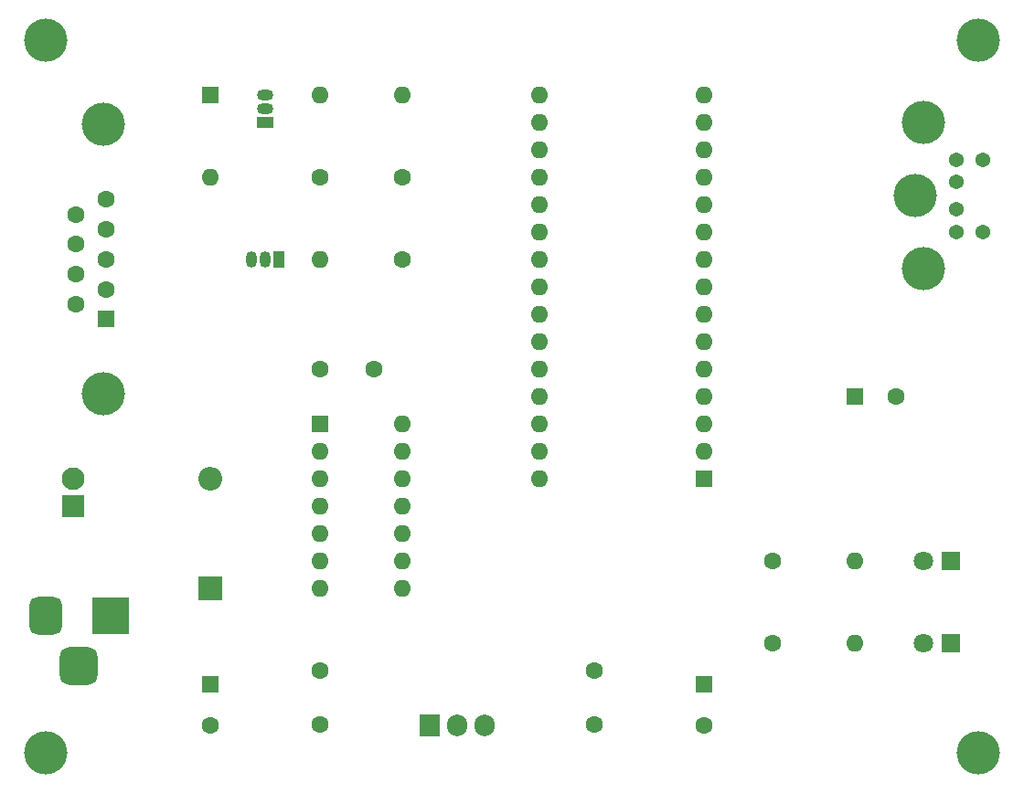
<source format=gbr>
%TF.GenerationSoftware,KiCad,Pcbnew,7.0.6*%
%TF.CreationDate,2023-08-10T21:44:00+02:00*%
%TF.ProjectId,ps2_mouse_to_serial_rev2,7073325f-6d6f-4757-9365-5f746f5f7365,rev?*%
%TF.SameCoordinates,Original*%
%TF.FileFunction,Soldermask,Bot*%
%TF.FilePolarity,Negative*%
%FSLAX46Y46*%
G04 Gerber Fmt 4.6, Leading zero omitted, Abs format (unit mm)*
G04 Created by KiCad (PCBNEW 7.0.6) date 2023-08-10 21:44:00*
%MOMM*%
%LPD*%
G01*
G04 APERTURE LIST*
G04 Aperture macros list*
%AMRoundRect*
0 Rectangle with rounded corners*
0 $1 Rounding radius*
0 $2 $3 $4 $5 $6 $7 $8 $9 X,Y pos of 4 corners*
0 Add a 4 corners polygon primitive as box body*
4,1,4,$2,$3,$4,$5,$6,$7,$8,$9,$2,$3,0*
0 Add four circle primitives for the rounded corners*
1,1,$1+$1,$2,$3*
1,1,$1+$1,$4,$5*
1,1,$1+$1,$6,$7*
1,1,$1+$1,$8,$9*
0 Add four rect primitives between the rounded corners*
20,1,$1+$1,$2,$3,$4,$5,0*
20,1,$1+$1,$4,$5,$6,$7,0*
20,1,$1+$1,$6,$7,$8,$9,0*
20,1,$1+$1,$8,$9,$2,$3,0*%
G04 Aperture macros list end*
%ADD10R,3.500000X3.500000*%
%ADD11RoundRect,0.750000X-0.750000X-1.000000X0.750000X-1.000000X0.750000X1.000000X-0.750000X1.000000X0*%
%ADD12RoundRect,0.875000X-0.875000X-0.875000X0.875000X-0.875000X0.875000X0.875000X-0.875000X0.875000X0*%
%ADD13R,1.600000X1.600000*%
%ADD14C,1.600000*%
%ADD15C,4.000500*%
%ADD16R,2.200000X2.200000*%
%ADD17O,2.200000X2.200000*%
%ADD18R,1.800000X1.800000*%
%ADD19C,1.800000*%
%ADD20O,1.600000X1.600000*%
%ADD21R,1.500000X1.050000*%
%ADD22O,1.500000X1.050000*%
%ADD23C,4.000000*%
%ADD24R,1.050000X1.500000*%
%ADD25O,1.050000X1.500000*%
%ADD26R,1.905000X2.000000*%
%ADD27O,1.905000X2.000000*%
%ADD28C,1.371600*%
%ADD29R,2.100000X2.100000*%
%ADD30C,2.100000*%
G04 APERTURE END LIST*
D10*
%TO.C,J1*%
X33940000Y-81280000D03*
D11*
X27940000Y-81280000D03*
D12*
X30940000Y-85980000D03*
%TD*%
D13*
%TO.C,C4*%
X88900000Y-87640000D03*
D14*
X88900000Y-91440000D03*
%TD*%
D15*
%TO.C,*%
X27940000Y-27940000D03*
%TD*%
%TO.C,*%
X114300000Y-93980000D03*
%TD*%
D16*
%TO.C,D1*%
X43180000Y-78740000D03*
D17*
X43180000Y-68580000D03*
%TD*%
D18*
%TO.C,D2*%
X111760000Y-83820000D03*
D19*
X109220000Y-83820000D03*
%TD*%
D13*
%TO.C,U1*%
X53340000Y-63500000D03*
D20*
X53340000Y-66040000D03*
X53340000Y-68580000D03*
X53340000Y-71120000D03*
X53340000Y-73660000D03*
X53340000Y-76200000D03*
X53340000Y-78740000D03*
X60960000Y-78740000D03*
X60960000Y-76200000D03*
X60960000Y-73660000D03*
X60960000Y-71120000D03*
X60960000Y-68580000D03*
X60960000Y-66040000D03*
X60960000Y-63500000D03*
%TD*%
D13*
%TO.C,D3*%
X43180000Y-33020000D03*
D20*
X43180000Y-40640000D03*
%TD*%
D14*
%TO.C,R4*%
X60960000Y-40640000D03*
D20*
X60960000Y-33020000D03*
%TD*%
D14*
%TO.C,C2*%
X53340000Y-86360000D03*
X53340000Y-91360000D03*
%TD*%
%TO.C,R3*%
X53340000Y-40640000D03*
D20*
X53340000Y-33020000D03*
%TD*%
D18*
%TO.C,D4*%
X111760000Y-76200000D03*
D19*
X109220000Y-76200000D03*
%TD*%
D21*
%TO.C,U3*%
X48260000Y-35560000D03*
D22*
X48260000Y-34290000D03*
X48260000Y-33020000D03*
%TD*%
D15*
%TO.C,*%
X27940000Y-93980000D03*
%TD*%
D14*
%TO.C,R2*%
X60960000Y-48260000D03*
D20*
X53340000Y-48260000D03*
%TD*%
D14*
%TO.C,R5*%
X95250000Y-76200000D03*
D20*
X102870000Y-76200000D03*
%TD*%
D15*
%TO.C,*%
X114300000Y-27940000D03*
%TD*%
D14*
%TO.C,C3*%
X78740000Y-86360000D03*
X78740000Y-91360000D03*
%TD*%
D23*
%TO.C,J2*%
X33220331Y-35770000D03*
X33220331Y-60770000D03*
D13*
X33520331Y-53810000D03*
D14*
X33520331Y-51040000D03*
X33520331Y-48270000D03*
X33520331Y-45500000D03*
X33520331Y-42730000D03*
X30680331Y-52425000D03*
X30680331Y-49655000D03*
X30680331Y-46885000D03*
X30680331Y-44115000D03*
%TD*%
D24*
%TO.C,Q1*%
X49530000Y-48260000D03*
D25*
X48260000Y-48260000D03*
X46990000Y-48260000D03*
%TD*%
D13*
%TO.C,A1*%
X88900000Y-68580000D03*
D20*
X88900000Y-66040000D03*
X88900000Y-63500000D03*
X88900000Y-60960000D03*
X88900000Y-58420000D03*
X88900000Y-55880000D03*
X88900000Y-53340000D03*
X88900000Y-50800000D03*
X88900000Y-48260000D03*
X88900000Y-45720000D03*
X88900000Y-43180000D03*
X88900000Y-40640000D03*
X88900000Y-38100000D03*
X88900000Y-35560000D03*
X88900000Y-33020000D03*
X73660000Y-33020000D03*
X73660000Y-35560000D03*
X73660000Y-38100000D03*
X73660000Y-40640000D03*
X73660000Y-43180000D03*
X73660000Y-45720000D03*
X73660000Y-48260000D03*
X73660000Y-50800000D03*
X73660000Y-53340000D03*
X73660000Y-55880000D03*
X73660000Y-58420000D03*
X73660000Y-60960000D03*
X73660000Y-63500000D03*
X73660000Y-66040000D03*
X73660000Y-68580000D03*
%TD*%
D14*
%TO.C,R1*%
X95250000Y-83820000D03*
D20*
X102870000Y-83820000D03*
%TD*%
D26*
%TO.C,U2*%
X63500000Y-91440000D03*
D27*
X66040000Y-91440000D03*
X68580000Y-91440000D03*
%TD*%
D28*
%TO.C,J3*%
X112219740Y-43670220D03*
X112219740Y-41069260D03*
X112219740Y-45720000D03*
X112219740Y-39019480D03*
X114711480Y-45720000D03*
X114711480Y-39019480D03*
D15*
X109220000Y-49128680D03*
X108409740Y-42369740D03*
X109220000Y-35610800D03*
%TD*%
D13*
%TO.C,C1*%
X43180000Y-87640000D03*
D14*
X43180000Y-91440000D03*
%TD*%
D13*
%TO.C,C6*%
X102880000Y-60960000D03*
D14*
X106680000Y-60960000D03*
%TD*%
D29*
%TO.C,SW1*%
X30480000Y-71120000D03*
D30*
X30480000Y-68580000D03*
%TD*%
D14*
%TO.C,C5*%
X58340000Y-58420000D03*
X53340000Y-58420000D03*
%TD*%
M02*

</source>
